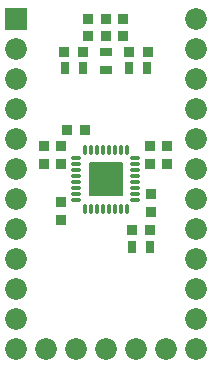
<source format=gts>
G04 #@! TF.FileFunction,Soldermask,Top*
%FSLAX46Y46*%
G04 Gerber Fmt 4.6, Leading zero omitted, Abs format (unit mm)*
G04 Created by KiCad (PCBNEW 4.0.7) date 11/16/17 22:13:53*
%MOMM*%
%LPD*%
G01*
G04 APERTURE LIST*
%ADD10C,0.100000*%
%ADD11C,0.300000*%
%ADD12C,0.150000*%
%ADD13R,0.640000X1.040000*%
%ADD14R,0.940000X0.890000*%
%ADD15R,0.890000X0.940000*%
%ADD16R,0.940000X0.940000*%
%ADD17R,1.040000X0.640000*%
%ADD18O,0.380000X0.840000*%
%ADD19O,0.840000X0.380000*%
%ADD20R,1.310000X1.310000*%
%ADD21C,1.840000*%
%ADD22O,1.840000X1.840000*%
%ADD23R,1.840000X1.840000*%
G04 APERTURE END LIST*
D10*
D11*
X90150000Y-132905500D02*
X87650000Y-132905500D01*
D12*
X90250000Y-131555500D02*
X90250000Y-134255500D01*
X87550000Y-131555500D02*
X90250000Y-131555500D01*
X87550000Y-134255500D02*
X87550000Y-131555500D01*
X90250000Y-134255500D02*
X87550000Y-134255500D01*
D11*
X88900000Y-134155500D02*
X88900000Y-131655500D01*
D13*
X91134500Y-138684000D03*
X92634500Y-138684000D03*
D14*
X91134500Y-137223500D03*
X92634500Y-137223500D03*
D15*
X92710000Y-134187500D03*
X92710000Y-135687500D03*
X94056200Y-131623500D03*
X94056200Y-130123500D03*
X92659200Y-131623500D03*
X92659200Y-130123500D03*
D14*
X87110000Y-128778000D03*
X85610000Y-128778000D03*
D15*
X83693000Y-131623500D03*
X83693000Y-130123500D03*
X85090000Y-131623500D03*
X85090000Y-130123500D03*
X85090000Y-134886000D03*
X85090000Y-136386000D03*
D13*
X92380500Y-123507500D03*
X90880500Y-123507500D03*
D16*
X90830500Y-122110500D03*
X92430500Y-122110500D03*
X85369500Y-122110500D03*
X86969500Y-122110500D03*
D13*
X86919500Y-123507500D03*
X85419500Y-123507500D03*
D17*
X88900000Y-123686000D03*
X88900000Y-122186000D03*
D15*
X90333914Y-120826300D03*
X90333914Y-119326300D03*
X88873414Y-120826300D03*
X88873414Y-119326300D03*
X87412914Y-120826300D03*
X87412914Y-119326300D03*
D18*
X90650000Y-135405500D03*
X90150000Y-135405500D03*
X89650000Y-135405500D03*
X89150000Y-135405500D03*
X88650000Y-135405500D03*
X88150000Y-135405500D03*
X87650000Y-135405500D03*
X87150000Y-135405500D03*
D19*
X86400000Y-134655500D03*
X86400000Y-134155500D03*
X86400000Y-133655500D03*
X86400000Y-133155500D03*
X86400000Y-132655500D03*
X86400000Y-132155500D03*
X86400000Y-131655500D03*
X86400000Y-131155500D03*
D18*
X87150000Y-130405500D03*
X87650000Y-130405500D03*
X88150000Y-130405500D03*
X88650000Y-130405500D03*
X89150000Y-130405500D03*
X89650000Y-130405500D03*
X90150000Y-130405500D03*
X90650000Y-130405500D03*
D19*
X91400000Y-131155500D03*
X91400000Y-131655500D03*
X91400000Y-132155500D03*
X91400000Y-132655500D03*
X91400000Y-133155500D03*
X91400000Y-133655500D03*
X91400000Y-134155500D03*
X91400000Y-134655500D03*
D20*
X89600000Y-133605500D03*
X88200000Y-132205500D03*
X88200000Y-133605500D03*
X89600000Y-132205500D03*
D21*
X96520000Y-119380000D03*
D22*
X96520000Y-121920000D03*
X96520000Y-124460000D03*
X96520000Y-127000000D03*
X96520000Y-129540000D03*
X96520000Y-132080000D03*
X96520000Y-134620000D03*
X96520000Y-137160000D03*
X96520000Y-139700000D03*
X96520000Y-142240000D03*
X96520000Y-144780000D03*
X96520000Y-147320000D03*
D21*
X83820000Y-147320000D03*
D22*
X86360000Y-147320000D03*
X88900000Y-147320000D03*
X91440000Y-147320000D03*
X93980000Y-147320000D03*
D23*
X81280000Y-119380000D03*
D22*
X81280000Y-121920000D03*
X81280000Y-124460000D03*
X81280000Y-127000000D03*
X81280000Y-129540000D03*
X81280000Y-132080000D03*
X81280000Y-134620000D03*
X81280000Y-137160000D03*
X81280000Y-139700000D03*
X81280000Y-142240000D03*
X81280000Y-144780000D03*
X81280000Y-147320000D03*
M02*

</source>
